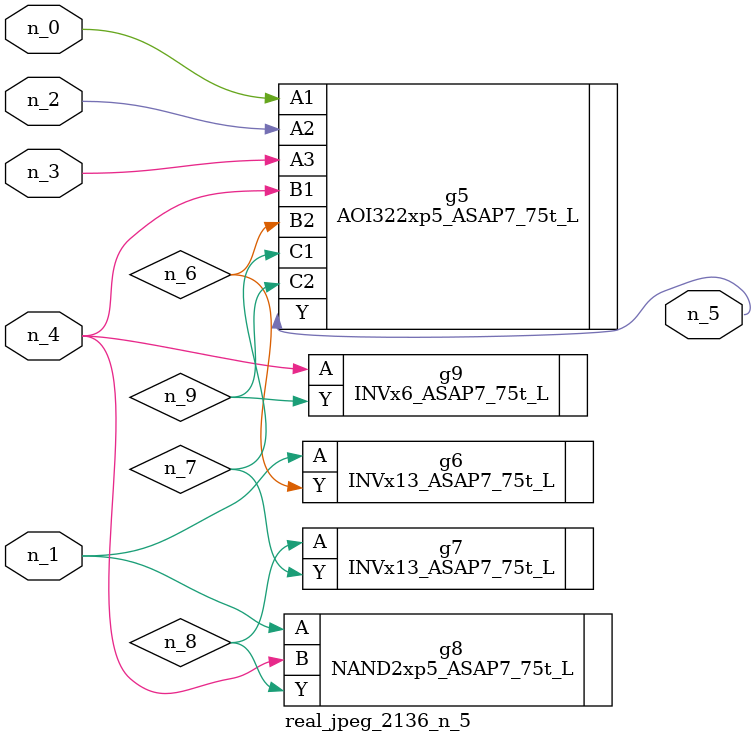
<source format=v>
module real_jpeg_2136_n_5 (n_4, n_0, n_1, n_2, n_3, n_5);

input n_4;
input n_0;
input n_1;
input n_2;
input n_3;

output n_5;

wire n_8;
wire n_6;
wire n_7;
wire n_9;

AOI322xp5_ASAP7_75t_L g5 ( 
.A1(n_0),
.A2(n_2),
.A3(n_3),
.B1(n_4),
.B2(n_6),
.C1(n_7),
.C2(n_9),
.Y(n_5)
);

INVx13_ASAP7_75t_L g6 ( 
.A(n_1),
.Y(n_6)
);

NAND2xp5_ASAP7_75t_L g8 ( 
.A(n_1),
.B(n_4),
.Y(n_8)
);

INVx6_ASAP7_75t_L g9 ( 
.A(n_4),
.Y(n_9)
);

INVx13_ASAP7_75t_L g7 ( 
.A(n_8),
.Y(n_7)
);


endmodule
</source>
